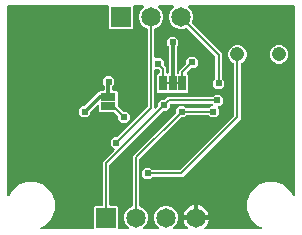
<source format=gbr>
G04 EAGLE Gerber RS-274X export*
G75*
%MOMM*%
%FSLAX34Y34*%
%LPD*%
%AMOC8*
5,1,8,0,0,1.08239X$1,22.5*%
G01*
%ADD10R,1.651000X1.651000*%
%ADD11C,1.651000*%
%ADD12R,0.635000X1.270000*%
%ADD13C,0.203200*%
%ADD14R,1.270000X0.635000*%
%ADD15C,1.208000*%
%ADD16C,0.609600*%
%ADD17C,0.304800*%

G36*
X132880Y5212D02*
X132880Y5212D01*
X132910Y5209D01*
X133021Y5232D01*
X133133Y5248D01*
X133160Y5260D01*
X133188Y5265D01*
X133289Y5318D01*
X133392Y5364D01*
X133415Y5383D01*
X133441Y5396D01*
X133523Y5474D01*
X133609Y5547D01*
X133626Y5572D01*
X133647Y5592D01*
X133704Y5690D01*
X133767Y5784D01*
X133776Y5812D01*
X133791Y5837D01*
X133818Y5947D01*
X133853Y6055D01*
X133853Y6085D01*
X133861Y6113D01*
X133857Y6226D01*
X133860Y6339D01*
X133853Y6368D01*
X133852Y6397D01*
X133817Y6505D01*
X133788Y6614D01*
X133773Y6640D01*
X133764Y6668D01*
X133719Y6731D01*
X133643Y6859D01*
X133597Y6902D01*
X133569Y6941D01*
X131194Y9316D01*
X129666Y13004D01*
X129666Y16996D01*
X131194Y20684D01*
X134016Y23506D01*
X137704Y25034D01*
X141696Y25034D01*
X145384Y23506D01*
X148206Y20684D01*
X149734Y16996D01*
X149734Y13004D01*
X148206Y9316D01*
X145831Y6941D01*
X145813Y6917D01*
X145791Y6898D01*
X145728Y6804D01*
X145660Y6714D01*
X145649Y6686D01*
X145633Y6662D01*
X145599Y6554D01*
X145559Y6448D01*
X145556Y6419D01*
X145547Y6391D01*
X145544Y6277D01*
X145535Y6165D01*
X145541Y6136D01*
X145540Y6107D01*
X145569Y5997D01*
X145591Y5886D01*
X145604Y5860D01*
X145612Y5832D01*
X145670Y5734D01*
X145722Y5634D01*
X145742Y5612D01*
X145757Y5587D01*
X145840Y5510D01*
X145918Y5428D01*
X145943Y5413D01*
X145964Y5393D01*
X146065Y5341D01*
X146163Y5284D01*
X146191Y5277D01*
X146218Y5263D01*
X146295Y5250D01*
X146438Y5214D01*
X146501Y5216D01*
X146549Y5208D01*
X157174Y5208D01*
X157203Y5212D01*
X157232Y5209D01*
X157343Y5232D01*
X157455Y5248D01*
X157482Y5260D01*
X157511Y5265D01*
X157611Y5318D01*
X157715Y5364D01*
X157737Y5383D01*
X157763Y5396D01*
X157845Y5474D01*
X157932Y5547D01*
X157948Y5572D01*
X157969Y5592D01*
X158026Y5690D01*
X158089Y5784D01*
X158098Y5812D01*
X158113Y5837D01*
X158141Y5947D01*
X158175Y6055D01*
X158176Y6085D01*
X158183Y6113D01*
X158179Y6226D01*
X158182Y6339D01*
X158175Y6368D01*
X158174Y6397D01*
X158139Y6505D01*
X158111Y6614D01*
X158096Y6640D01*
X158087Y6668D01*
X158041Y6732D01*
X157965Y6859D01*
X157920Y6902D01*
X157892Y6941D01*
X156865Y7967D01*
X155867Y9342D01*
X155095Y10856D01*
X154570Y12472D01*
X154491Y12969D01*
X164084Y12969D01*
X164142Y12977D01*
X164200Y12975D01*
X164282Y12997D01*
X164365Y13009D01*
X164419Y13033D01*
X164475Y13047D01*
X164548Y13090D01*
X164625Y13125D01*
X164669Y13163D01*
X164720Y13193D01*
X164777Y13254D01*
X164842Y13309D01*
X164874Y13357D01*
X164914Y13400D01*
X164953Y13475D01*
X164999Y13545D01*
X165017Y13601D01*
X165044Y13653D01*
X165055Y13721D01*
X165085Y13816D01*
X165088Y13916D01*
X165099Y13984D01*
X165099Y15001D01*
X165101Y15001D01*
X165101Y13984D01*
X165109Y13926D01*
X165108Y13868D01*
X165129Y13786D01*
X165141Y13703D01*
X165165Y13649D01*
X165179Y13593D01*
X165222Y13520D01*
X165257Y13443D01*
X165295Y13398D01*
X165325Y13348D01*
X165386Y13290D01*
X165441Y13226D01*
X165489Y13194D01*
X165532Y13154D01*
X165607Y13115D01*
X165677Y13069D01*
X165733Y13051D01*
X165785Y13024D01*
X165853Y13013D01*
X165948Y12983D01*
X166048Y12980D01*
X166116Y12969D01*
X175709Y12969D01*
X175630Y12472D01*
X175105Y10856D01*
X174333Y9342D01*
X173335Y7967D01*
X172308Y6941D01*
X172291Y6917D01*
X172268Y6898D01*
X172206Y6804D01*
X172137Y6714D01*
X172127Y6686D01*
X172111Y6662D01*
X172077Y6554D01*
X172036Y6448D01*
X172034Y6419D01*
X172025Y6391D01*
X172022Y6277D01*
X172013Y6165D01*
X172018Y6136D01*
X172018Y6107D01*
X172046Y5997D01*
X172069Y5886D01*
X172082Y5860D01*
X172089Y5832D01*
X172147Y5734D01*
X172200Y5634D01*
X172220Y5612D01*
X172235Y5587D01*
X172317Y5510D01*
X172395Y5428D01*
X172421Y5413D01*
X172442Y5393D01*
X172543Y5341D01*
X172641Y5284D01*
X172669Y5277D01*
X172695Y5263D01*
X172773Y5250D01*
X172916Y5214D01*
X172979Y5216D01*
X173026Y5208D01*
X219771Y5208D01*
X219856Y5220D01*
X219942Y5222D01*
X219996Y5240D01*
X220053Y5248D01*
X220131Y5283D01*
X220213Y5309D01*
X220260Y5341D01*
X220312Y5364D01*
X220377Y5419D01*
X220449Y5467D01*
X220485Y5511D01*
X220529Y5547D01*
X220577Y5619D01*
X220632Y5685D01*
X220655Y5737D01*
X220687Y5784D01*
X220712Y5866D01*
X220747Y5945D01*
X220755Y6001D01*
X220772Y6055D01*
X220774Y6141D01*
X220786Y6226D01*
X220778Y6282D01*
X220780Y6339D01*
X220758Y6422D01*
X220746Y6508D01*
X220722Y6559D01*
X220708Y6614D01*
X220664Y6688D01*
X220628Y6767D01*
X220592Y6810D01*
X220563Y6859D01*
X220500Y6918D01*
X220444Y6983D01*
X220402Y7009D01*
X220355Y7053D01*
X220226Y7119D01*
X220160Y7161D01*
X217225Y8376D01*
X211576Y14025D01*
X208519Y21406D01*
X208519Y29394D01*
X211576Y36775D01*
X217225Y42424D01*
X224606Y45481D01*
X232594Y45481D01*
X239975Y42424D01*
X245624Y36775D01*
X246839Y33840D01*
X246883Y33767D01*
X246918Y33688D01*
X246955Y33645D01*
X246984Y33596D01*
X247046Y33537D01*
X247102Y33471D01*
X247149Y33440D01*
X247190Y33400D01*
X247267Y33361D01*
X247338Y33313D01*
X247392Y33296D01*
X247443Y33270D01*
X247527Y33254D01*
X247609Y33228D01*
X247666Y33226D01*
X247722Y33215D01*
X247807Y33223D01*
X247893Y33220D01*
X247948Y33235D01*
X248005Y33240D01*
X248085Y33271D01*
X248168Y33292D01*
X248217Y33321D01*
X248270Y33342D01*
X248339Y33394D01*
X248413Y33437D01*
X248452Y33479D01*
X248497Y33513D01*
X248549Y33582D01*
X248607Y33645D01*
X248633Y33696D01*
X248667Y33741D01*
X248698Y33821D01*
X248737Y33898D01*
X248745Y33947D01*
X248768Y34007D01*
X248779Y34152D01*
X248792Y34229D01*
X248792Y193777D01*
X248784Y193835D01*
X248786Y193893D01*
X248764Y193975D01*
X248752Y194059D01*
X248729Y194112D01*
X248714Y194168D01*
X248671Y194241D01*
X248636Y194318D01*
X248598Y194363D01*
X248569Y194413D01*
X248507Y194471D01*
X248453Y194535D01*
X248404Y194567D01*
X248361Y194607D01*
X248286Y194646D01*
X248216Y194693D01*
X248160Y194710D01*
X248108Y194737D01*
X248040Y194748D01*
X247945Y194778D01*
X247845Y194781D01*
X247777Y194792D01*
X159249Y194792D01*
X159220Y194788D01*
X159190Y194791D01*
X159079Y194768D01*
X158967Y194752D01*
X158940Y194740D01*
X158912Y194735D01*
X158811Y194682D01*
X158708Y194636D01*
X158685Y194617D01*
X158659Y194604D01*
X158577Y194526D01*
X158491Y194453D01*
X158474Y194428D01*
X158453Y194408D01*
X158396Y194310D01*
X158333Y194216D01*
X158324Y194188D01*
X158309Y194163D01*
X158282Y194053D01*
X158247Y193945D01*
X158247Y193915D01*
X158239Y193887D01*
X158243Y193774D01*
X158240Y193661D01*
X158247Y193632D01*
X158248Y193603D01*
X158283Y193495D01*
X158312Y193386D01*
X158327Y193360D01*
X158336Y193332D01*
X158381Y193269D01*
X158457Y193141D01*
X158503Y193098D01*
X158531Y193059D01*
X160906Y190684D01*
X162434Y186996D01*
X162434Y183004D01*
X161497Y180742D01*
X161496Y180740D01*
X161496Y180739D01*
X161461Y180605D01*
X161426Y180467D01*
X161426Y180465D01*
X161425Y180464D01*
X161430Y180323D01*
X161434Y180183D01*
X161434Y180181D01*
X161434Y180179D01*
X161477Y180047D01*
X161521Y179912D01*
X161521Y179910D01*
X161522Y179909D01*
X161530Y179897D01*
X161679Y179676D01*
X161702Y179656D01*
X161717Y179636D01*
X186945Y154408D01*
X186945Y133230D01*
X186957Y133143D01*
X186960Y133056D01*
X186977Y133003D01*
X186985Y132948D01*
X187020Y132869D01*
X187047Y132785D01*
X187075Y132746D01*
X187101Y132689D01*
X187197Y132576D01*
X187242Y132512D01*
X188977Y130777D01*
X188977Y126779D01*
X186149Y123951D01*
X182151Y123951D01*
X179323Y126779D01*
X179323Y130777D01*
X181058Y132512D01*
X181110Y132582D01*
X181170Y132646D01*
X181196Y132695D01*
X181229Y132739D01*
X181260Y132821D01*
X181300Y132899D01*
X181308Y132946D01*
X181330Y133005D01*
X181342Y133152D01*
X181355Y133230D01*
X181355Y151672D01*
X181343Y151758D01*
X181340Y151846D01*
X181323Y151899D01*
X181315Y151953D01*
X181280Y152033D01*
X181253Y152116D01*
X181225Y152156D01*
X181199Y152213D01*
X181103Y152326D01*
X181058Y152390D01*
X157764Y175683D01*
X157763Y175684D01*
X157762Y175685D01*
X157649Y175770D01*
X157537Y175854D01*
X157536Y175855D01*
X157534Y175856D01*
X157403Y175905D01*
X157272Y175955D01*
X157270Y175955D01*
X157269Y175956D01*
X157124Y175968D01*
X156988Y175979D01*
X156987Y175979D01*
X156985Y175979D01*
X156970Y175975D01*
X156710Y175923D01*
X156682Y175909D01*
X156658Y175903D01*
X154396Y174966D01*
X150404Y174966D01*
X146716Y176494D01*
X143894Y179316D01*
X142366Y183004D01*
X142366Y186996D01*
X143894Y190684D01*
X146269Y193059D01*
X146287Y193083D01*
X146309Y193102D01*
X146372Y193196D01*
X146440Y193286D01*
X146451Y193314D01*
X146467Y193338D01*
X146501Y193446D01*
X146541Y193552D01*
X146544Y193581D01*
X146553Y193609D01*
X146556Y193723D01*
X146565Y193835D01*
X146559Y193864D01*
X146560Y193893D01*
X146531Y194003D01*
X146509Y194114D01*
X146496Y194140D01*
X146488Y194168D01*
X146430Y194266D01*
X146378Y194366D01*
X146358Y194388D01*
X146343Y194413D01*
X146260Y194490D01*
X146182Y194572D01*
X146157Y194587D01*
X146136Y194607D01*
X146035Y194659D01*
X145937Y194716D01*
X145909Y194723D01*
X145882Y194737D01*
X145805Y194750D01*
X145662Y194786D01*
X145599Y194784D01*
X145551Y194792D01*
X133849Y194792D01*
X133820Y194788D01*
X133790Y194791D01*
X133679Y194768D01*
X133567Y194752D01*
X133540Y194740D01*
X133512Y194735D01*
X133411Y194682D01*
X133308Y194636D01*
X133285Y194617D01*
X133259Y194604D01*
X133177Y194526D01*
X133091Y194453D01*
X133074Y194428D01*
X133053Y194408D01*
X132996Y194310D01*
X132933Y194216D01*
X132924Y194188D01*
X132909Y194163D01*
X132882Y194053D01*
X132847Y193945D01*
X132847Y193915D01*
X132839Y193887D01*
X132843Y193774D01*
X132840Y193661D01*
X132847Y193632D01*
X132848Y193603D01*
X132883Y193495D01*
X132912Y193386D01*
X132927Y193360D01*
X132936Y193332D01*
X132981Y193269D01*
X133057Y193141D01*
X133103Y193098D01*
X133131Y193059D01*
X135506Y190684D01*
X137034Y186996D01*
X137034Y183004D01*
X135506Y179316D01*
X132684Y176494D01*
X130421Y175557D01*
X130420Y175556D01*
X130419Y175556D01*
X130300Y175485D01*
X130177Y175412D01*
X130176Y175411D01*
X130174Y175410D01*
X130076Y175306D01*
X129981Y175206D01*
X129981Y175204D01*
X129980Y175203D01*
X129914Y175075D01*
X129851Y174953D01*
X129851Y174951D01*
X129850Y174950D01*
X129848Y174935D01*
X129796Y174674D01*
X129799Y174643D01*
X129795Y174619D01*
X129795Y151384D01*
X129802Y151329D01*
X129801Y151287D01*
X129802Y151286D01*
X129801Y151268D01*
X129823Y151186D01*
X129835Y151102D01*
X129858Y151049D01*
X129873Y150993D01*
X129916Y150920D01*
X129951Y150843D01*
X129989Y150798D01*
X130018Y150748D01*
X130080Y150690D01*
X130134Y150626D01*
X130183Y150594D01*
X130226Y150554D01*
X130301Y150515D01*
X130371Y150468D01*
X130427Y150451D01*
X130479Y150424D01*
X130547Y150413D01*
X130642Y150383D01*
X130742Y150380D01*
X130810Y150369D01*
X134841Y150369D01*
X137669Y147541D01*
X137669Y145088D01*
X137681Y145002D01*
X137684Y144914D01*
X137701Y144861D01*
X137709Y144807D01*
X137744Y144727D01*
X137771Y144644D01*
X137799Y144604D01*
X137825Y144547D01*
X137921Y144434D01*
X137966Y144370D01*
X139955Y142382D01*
X139955Y137988D01*
X139963Y137930D01*
X139961Y137872D01*
X139983Y137790D01*
X139995Y137706D01*
X140018Y137653D01*
X140033Y137597D01*
X140076Y137524D01*
X140111Y137447D01*
X140149Y137402D01*
X140178Y137352D01*
X140240Y137294D01*
X140294Y137230D01*
X140343Y137198D01*
X140386Y137158D01*
X140461Y137119D01*
X140531Y137072D01*
X140587Y137055D01*
X140639Y137028D01*
X140707Y137017D01*
X140802Y136987D01*
X140902Y136984D01*
X140970Y136973D01*
X141028Y136981D01*
X141086Y136979D01*
X141168Y137001D01*
X141252Y137013D01*
X141305Y137036D01*
X141361Y137051D01*
X141434Y137094D01*
X141511Y137129D01*
X141556Y137167D01*
X141606Y137196D01*
X141664Y137258D01*
X141728Y137312D01*
X141760Y137361D01*
X141800Y137404D01*
X141839Y137479D01*
X141886Y137549D01*
X141903Y137605D01*
X141930Y137657D01*
X141941Y137725D01*
X141971Y137820D01*
X141974Y137920D01*
X141985Y137988D01*
X141985Y159632D01*
X141973Y159719D01*
X141970Y159806D01*
X141953Y159859D01*
X141945Y159914D01*
X141910Y159993D01*
X141883Y160077D01*
X141855Y160116D01*
X141829Y160173D01*
X141733Y160286D01*
X141688Y160350D01*
X140461Y161577D01*
X140461Y165575D01*
X143289Y168403D01*
X147287Y168403D01*
X150115Y165575D01*
X150115Y161577D01*
X148888Y160350D01*
X148836Y160280D01*
X148776Y160216D01*
X148750Y160167D01*
X148717Y160123D01*
X148686Y160041D01*
X148646Y159963D01*
X148638Y159916D01*
X148616Y159857D01*
X148604Y159710D01*
X148591Y159632D01*
X148591Y137988D01*
X148599Y137930D01*
X148597Y137872D01*
X148619Y137790D01*
X148631Y137706D01*
X148654Y137653D01*
X148669Y137597D01*
X148712Y137524D01*
X148747Y137447D01*
X148785Y137402D01*
X148814Y137352D01*
X148876Y137294D01*
X148930Y137230D01*
X148979Y137198D01*
X149022Y137158D01*
X149097Y137119D01*
X149167Y137072D01*
X149223Y137055D01*
X149275Y137028D01*
X149343Y137017D01*
X149438Y136987D01*
X149538Y136984D01*
X149606Y136973D01*
X149664Y136981D01*
X149722Y136979D01*
X149804Y137001D01*
X149888Y137013D01*
X149941Y137036D01*
X149997Y137051D01*
X150070Y137094D01*
X150147Y137129D01*
X150192Y137167D01*
X150242Y137196D01*
X150300Y137258D01*
X150364Y137312D01*
X150396Y137361D01*
X150436Y137404D01*
X150475Y137479D01*
X150522Y137549D01*
X150539Y137605D01*
X150566Y137657D01*
X150577Y137725D01*
X150607Y137820D01*
X150610Y137920D01*
X150621Y137988D01*
X150621Y139334D01*
X156674Y145386D01*
X156726Y145456D01*
X156786Y145520D01*
X156812Y145569D01*
X156845Y145613D01*
X156876Y145695D01*
X156916Y145773D01*
X156924Y145821D01*
X156946Y145879D01*
X156958Y146027D01*
X156971Y146104D01*
X156971Y148557D01*
X159799Y151385D01*
X163797Y151385D01*
X166625Y148557D01*
X166625Y144559D01*
X163797Y141731D01*
X161344Y141731D01*
X161258Y141719D01*
X161170Y141716D01*
X161117Y141699D01*
X161063Y141691D01*
X160983Y141656D01*
X160900Y141629D01*
X160860Y141601D01*
X160803Y141575D01*
X160690Y141479D01*
X160626Y141434D01*
X157464Y138272D01*
X157429Y138225D01*
X157387Y138185D01*
X157344Y138112D01*
X157293Y138045D01*
X157273Y137990D01*
X157243Y137940D01*
X157222Y137858D01*
X157192Y137779D01*
X157187Y137721D01*
X157173Y137664D01*
X157176Y137580D01*
X157169Y137496D01*
X157180Y137439D01*
X157182Y137380D01*
X157208Y137300D01*
X157225Y137217D01*
X157251Y137165D01*
X157269Y137110D01*
X157310Y137053D01*
X157356Y136965D01*
X157424Y136892D01*
X157464Y136836D01*
X158370Y135931D01*
X158370Y121757D01*
X157328Y120715D01*
X133248Y120715D01*
X132206Y121757D01*
X132206Y135931D01*
X133248Y136973D01*
X133350Y136973D01*
X133408Y136981D01*
X133466Y136979D01*
X133548Y137001D01*
X133632Y137013D01*
X133685Y137036D01*
X133741Y137051D01*
X133814Y137094D01*
X133891Y137129D01*
X133936Y137167D01*
X133986Y137196D01*
X134044Y137258D01*
X134108Y137312D01*
X134140Y137361D01*
X134180Y137404D01*
X134219Y137479D01*
X134266Y137549D01*
X134283Y137605D01*
X134310Y137657D01*
X134321Y137725D01*
X134351Y137820D01*
X134354Y137920D01*
X134365Y137988D01*
X134365Y139646D01*
X134353Y139732D01*
X134350Y139820D01*
X134333Y139873D01*
X134325Y139927D01*
X134290Y140007D01*
X134263Y140090D01*
X134235Y140130D01*
X134209Y140187D01*
X134113Y140300D01*
X134068Y140364D01*
X134014Y140418D01*
X133944Y140470D01*
X133880Y140530D01*
X133831Y140556D01*
X133787Y140589D01*
X133705Y140620D01*
X133627Y140660D01*
X133579Y140668D01*
X133521Y140690D01*
X133373Y140702D01*
X133296Y140715D01*
X130810Y140715D01*
X130752Y140707D01*
X130694Y140709D01*
X130612Y140687D01*
X130528Y140675D01*
X130475Y140652D01*
X130419Y140637D01*
X130346Y140594D01*
X130269Y140559D01*
X130224Y140521D01*
X130174Y140492D01*
X130116Y140430D01*
X130052Y140376D01*
X130020Y140327D01*
X129980Y140284D01*
X129941Y140209D01*
X129894Y140139D01*
X129877Y140083D01*
X129850Y140031D01*
X129839Y139963D01*
X129809Y139868D01*
X129806Y139768D01*
X129795Y139700D01*
X129795Y108434D01*
X129799Y108405D01*
X129796Y108376D01*
X129819Y108265D01*
X129835Y108153D01*
X129847Y108126D01*
X129852Y108097D01*
X129905Y107996D01*
X129951Y107893D01*
X129970Y107871D01*
X129983Y107845D01*
X130061Y107763D01*
X130134Y107676D01*
X130159Y107660D01*
X130179Y107639D01*
X130277Y107582D01*
X130371Y107519D01*
X130399Y107510D01*
X130424Y107495D01*
X130534Y107467D01*
X130642Y107433D01*
X130672Y107432D01*
X130700Y107425D01*
X130813Y107428D01*
X130926Y107426D01*
X130955Y107433D01*
X130984Y107434D01*
X131092Y107469D01*
X131201Y107497D01*
X131227Y107512D01*
X131255Y107521D01*
X131319Y107567D01*
X131446Y107643D01*
X131489Y107688D01*
X131528Y107716D01*
X132876Y109064D01*
X132892Y109086D01*
X132912Y109103D01*
X132944Y109151D01*
X132988Y109198D01*
X133014Y109247D01*
X133047Y109291D01*
X133059Y109323D01*
X133070Y109340D01*
X133085Y109386D01*
X133118Y109451D01*
X133126Y109499D01*
X133148Y109557D01*
X133151Y109597D01*
X133156Y109611D01*
X133157Y109666D01*
X133160Y109705D01*
X133173Y109782D01*
X133173Y112235D01*
X136001Y115063D01*
X138454Y115063D01*
X138540Y115075D01*
X138628Y115078D01*
X138681Y115095D01*
X138735Y115103D01*
X138815Y115138D01*
X138898Y115165D01*
X138938Y115193D01*
X138995Y115219D01*
X139108Y115315D01*
X139172Y115360D01*
X141160Y117349D01*
X178809Y117349D01*
X178896Y117361D01*
X178983Y117364D01*
X179036Y117381D01*
X179091Y117389D01*
X179170Y117424D01*
X179254Y117451D01*
X179293Y117479D01*
X179350Y117505D01*
X179463Y117601D01*
X179527Y117646D01*
X181262Y119381D01*
X185260Y119381D01*
X188088Y116553D01*
X188088Y112555D01*
X185260Y109727D01*
X184284Y109727D01*
X184255Y109723D01*
X184225Y109726D01*
X184114Y109703D01*
X184002Y109687D01*
X183976Y109675D01*
X183947Y109670D01*
X183846Y109617D01*
X183743Y109571D01*
X183720Y109552D01*
X183694Y109539D01*
X183612Y109461D01*
X183526Y109388D01*
X183510Y109363D01*
X183488Y109343D01*
X183431Y109245D01*
X183368Y109151D01*
X183359Y109123D01*
X183345Y109098D01*
X183317Y108988D01*
X183282Y108880D01*
X183282Y108850D01*
X183275Y108822D01*
X183278Y108709D01*
X183275Y108596D01*
X183283Y108567D01*
X183284Y108538D01*
X183318Y108430D01*
X183347Y108321D01*
X183362Y108295D01*
X183371Y108267D01*
X183417Y108203D01*
X183492Y108076D01*
X183538Y108033D01*
X183566Y107994D01*
X184659Y106901D01*
X184659Y102903D01*
X181831Y100075D01*
X177833Y100075D01*
X176098Y101810D01*
X176028Y101862D01*
X175964Y101922D01*
X175915Y101948D01*
X175871Y101981D01*
X175789Y102012D01*
X175711Y102052D01*
X175664Y102060D01*
X175605Y102082D01*
X175458Y102094D01*
X175380Y102107D01*
X157360Y102107D01*
X157273Y102095D01*
X157186Y102092D01*
X157133Y102075D01*
X157078Y102067D01*
X156999Y102032D01*
X156915Y102005D01*
X156876Y101977D01*
X156819Y101951D01*
X156706Y101855D01*
X156642Y101810D01*
X154907Y100075D01*
X152454Y100075D01*
X152368Y100063D01*
X152280Y100060D01*
X152227Y100043D01*
X152173Y100035D01*
X152093Y100000D01*
X152010Y99973D01*
X151970Y99945D01*
X151913Y99919D01*
X151800Y99823D01*
X151736Y99778D01*
X117392Y65434D01*
X117340Y65364D01*
X117280Y65300D01*
X117254Y65251D01*
X117221Y65207D01*
X117190Y65125D01*
X117150Y65047D01*
X117142Y64999D01*
X117120Y64941D01*
X117108Y64793D01*
X117095Y64716D01*
X117095Y25381D01*
X117095Y25380D01*
X117095Y25378D01*
X117115Y25237D01*
X117135Y25100D01*
X117135Y25098D01*
X117135Y25097D01*
X117194Y24967D01*
X117251Y24840D01*
X117252Y24839D01*
X117253Y24838D01*
X117344Y24730D01*
X117434Y24623D01*
X117436Y24622D01*
X117437Y24621D01*
X117450Y24613D01*
X117671Y24466D01*
X117700Y24456D01*
X117721Y24443D01*
X119984Y23506D01*
X122806Y20684D01*
X124334Y16996D01*
X124334Y13004D01*
X122806Y9316D01*
X120431Y6941D01*
X120413Y6917D01*
X120391Y6898D01*
X120328Y6804D01*
X120260Y6714D01*
X120249Y6686D01*
X120233Y6662D01*
X120199Y6554D01*
X120159Y6448D01*
X120156Y6419D01*
X120147Y6391D01*
X120144Y6277D01*
X120135Y6165D01*
X120141Y6136D01*
X120140Y6107D01*
X120169Y5997D01*
X120191Y5886D01*
X120204Y5860D01*
X120212Y5832D01*
X120270Y5734D01*
X120322Y5634D01*
X120342Y5612D01*
X120357Y5587D01*
X120440Y5510D01*
X120518Y5428D01*
X120543Y5413D01*
X120564Y5393D01*
X120665Y5341D01*
X120763Y5284D01*
X120791Y5277D01*
X120818Y5263D01*
X120895Y5250D01*
X121038Y5214D01*
X121101Y5216D01*
X121149Y5208D01*
X132851Y5208D01*
X132880Y5212D01*
G37*
G36*
X77909Y5216D02*
X77909Y5216D01*
X77967Y5214D01*
X78049Y5236D01*
X78133Y5248D01*
X78186Y5271D01*
X78242Y5286D01*
X78315Y5329D01*
X78392Y5364D01*
X78437Y5402D01*
X78487Y5431D01*
X78545Y5493D01*
X78609Y5547D01*
X78641Y5596D01*
X78681Y5639D01*
X78720Y5714D01*
X78767Y5784D01*
X78784Y5840D01*
X78811Y5892D01*
X78822Y5960D01*
X78852Y6055D01*
X78855Y6155D01*
X78866Y6223D01*
X78866Y23992D01*
X79908Y25034D01*
X85090Y25034D01*
X85148Y25042D01*
X85206Y25040D01*
X85288Y25062D01*
X85372Y25074D01*
X85425Y25097D01*
X85481Y25112D01*
X85554Y25155D01*
X85631Y25190D01*
X85676Y25228D01*
X85726Y25257D01*
X85784Y25319D01*
X85848Y25373D01*
X85880Y25422D01*
X85920Y25465D01*
X85959Y25540D01*
X86006Y25610D01*
X86023Y25666D01*
X86050Y25718D01*
X86061Y25786D01*
X86091Y25881D01*
X86094Y25981D01*
X86105Y26049D01*
X86105Y62294D01*
X95786Y71974D01*
X95821Y72021D01*
X95863Y72061D01*
X95906Y72134D01*
X95957Y72201D01*
X95978Y72256D01*
X96007Y72307D01*
X96028Y72388D01*
X96058Y72467D01*
X96063Y72525D01*
X96077Y72582D01*
X96075Y72666D01*
X96082Y72750D01*
X96070Y72808D01*
X96068Y72866D01*
X96042Y72946D01*
X96026Y73029D01*
X95999Y73081D01*
X95981Y73137D01*
X95941Y73193D01*
X95895Y73281D01*
X95826Y73354D01*
X95786Y73410D01*
X92709Y76487D01*
X92709Y80485D01*
X95537Y83313D01*
X97990Y83313D01*
X98076Y83325D01*
X98164Y83328D01*
X98217Y83345D01*
X98271Y83353D01*
X98351Y83388D01*
X98434Y83415D01*
X98474Y83443D01*
X98531Y83469D01*
X98644Y83565D01*
X98708Y83610D01*
X123908Y108810D01*
X123960Y108880D01*
X124020Y108944D01*
X124046Y108993D01*
X124079Y109037D01*
X124110Y109119D01*
X124150Y109197D01*
X124158Y109245D01*
X124180Y109303D01*
X124192Y109451D01*
X124205Y109528D01*
X124205Y174619D01*
X124205Y174620D01*
X124205Y174622D01*
X124185Y174762D01*
X124165Y174900D01*
X124165Y174902D01*
X124165Y174903D01*
X124108Y175029D01*
X124049Y175160D01*
X124048Y175161D01*
X124047Y175162D01*
X123956Y175270D01*
X123866Y175377D01*
X123864Y175378D01*
X123863Y175379D01*
X123850Y175387D01*
X123629Y175534D01*
X123600Y175544D01*
X123579Y175557D01*
X121316Y176494D01*
X118494Y179316D01*
X116966Y183004D01*
X116966Y186996D01*
X118494Y190684D01*
X120869Y193059D01*
X120887Y193083D01*
X120909Y193102D01*
X120972Y193196D01*
X121040Y193286D01*
X121051Y193314D01*
X121067Y193338D01*
X121101Y193446D01*
X121141Y193552D01*
X121144Y193581D01*
X121153Y193609D01*
X121156Y193723D01*
X121165Y193835D01*
X121159Y193864D01*
X121160Y193893D01*
X121131Y194003D01*
X121109Y194114D01*
X121096Y194140D01*
X121088Y194168D01*
X121030Y194266D01*
X120978Y194366D01*
X120958Y194388D01*
X120943Y194413D01*
X120860Y194490D01*
X120782Y194572D01*
X120757Y194587D01*
X120736Y194607D01*
X120635Y194659D01*
X120537Y194716D01*
X120509Y194723D01*
X120482Y194737D01*
X120405Y194750D01*
X120262Y194786D01*
X120199Y194784D01*
X120151Y194792D01*
X112649Y194792D01*
X112591Y194784D01*
X112533Y194786D01*
X112451Y194764D01*
X112367Y194752D01*
X112314Y194729D01*
X112258Y194714D01*
X112185Y194671D01*
X112108Y194636D01*
X112063Y194598D01*
X112013Y194569D01*
X111955Y194507D01*
X111891Y194453D01*
X111859Y194404D01*
X111819Y194361D01*
X111780Y194286D01*
X111733Y194216D01*
X111716Y194160D01*
X111689Y194108D01*
X111678Y194040D01*
X111648Y193945D01*
X111645Y193845D01*
X111634Y193777D01*
X111634Y176008D01*
X110592Y174966D01*
X92608Y174966D01*
X91566Y176008D01*
X91566Y193777D01*
X91558Y193835D01*
X91560Y193893D01*
X91538Y193975D01*
X91526Y194059D01*
X91503Y194112D01*
X91488Y194168D01*
X91445Y194241D01*
X91410Y194318D01*
X91372Y194363D01*
X91343Y194413D01*
X91281Y194471D01*
X91227Y194535D01*
X91178Y194567D01*
X91135Y194607D01*
X91060Y194646D01*
X90990Y194693D01*
X90934Y194710D01*
X90882Y194737D01*
X90814Y194748D01*
X90719Y194778D01*
X90619Y194781D01*
X90551Y194792D01*
X6223Y194792D01*
X6165Y194784D01*
X6107Y194786D01*
X6025Y194764D01*
X5941Y194752D01*
X5888Y194729D01*
X5832Y194714D01*
X5759Y194671D01*
X5682Y194636D01*
X5637Y194598D01*
X5587Y194569D01*
X5529Y194507D01*
X5465Y194453D01*
X5433Y194404D01*
X5393Y194361D01*
X5354Y194286D01*
X5307Y194216D01*
X5290Y194160D01*
X5263Y194108D01*
X5252Y194040D01*
X5222Y193945D01*
X5219Y193845D01*
X5208Y193777D01*
X5208Y34229D01*
X5220Y34144D01*
X5222Y34058D01*
X5240Y34004D01*
X5248Y33948D01*
X5283Y33869D01*
X5309Y33787D01*
X5341Y33740D01*
X5364Y33688D01*
X5419Y33623D01*
X5467Y33551D01*
X5511Y33515D01*
X5547Y33471D01*
X5619Y33424D01*
X5685Y33368D01*
X5737Y33345D01*
X5784Y33314D01*
X5866Y33288D01*
X5945Y33253D01*
X6001Y33245D01*
X6055Y33228D01*
X6141Y33226D01*
X6226Y33214D01*
X6282Y33222D01*
X6339Y33220D01*
X6422Y33242D01*
X6507Y33254D01*
X6559Y33278D01*
X6614Y33292D01*
X6688Y33336D01*
X6767Y33372D01*
X6810Y33408D01*
X6859Y33438D01*
X6918Y33500D01*
X6983Y33556D01*
X7009Y33598D01*
X7053Y33645D01*
X7119Y33774D01*
X7161Y33841D01*
X8376Y36775D01*
X14025Y42424D01*
X21406Y45481D01*
X29394Y45481D01*
X36775Y42424D01*
X42424Y36775D01*
X45481Y29394D01*
X45481Y21406D01*
X42424Y14025D01*
X36775Y8376D01*
X33840Y7161D01*
X33767Y7117D01*
X33688Y7082D01*
X33645Y7045D01*
X33596Y7016D01*
X33537Y6954D01*
X33471Y6898D01*
X33440Y6851D01*
X33400Y6810D01*
X33361Y6733D01*
X33313Y6662D01*
X33296Y6608D01*
X33270Y6557D01*
X33254Y6473D01*
X33228Y6391D01*
X33226Y6334D01*
X33215Y6278D01*
X33223Y6193D01*
X33220Y6107D01*
X33235Y6052D01*
X33240Y5995D01*
X33271Y5915D01*
X33292Y5832D01*
X33321Y5783D01*
X33342Y5730D01*
X33394Y5661D01*
X33437Y5587D01*
X33479Y5548D01*
X33513Y5503D01*
X33582Y5451D01*
X33645Y5393D01*
X33696Y5367D01*
X33741Y5333D01*
X33821Y5302D01*
X33898Y5263D01*
X33947Y5255D01*
X34007Y5232D01*
X34152Y5221D01*
X34229Y5208D01*
X77851Y5208D01*
X77909Y5216D01*
G37*
G36*
X107480Y5212D02*
X107480Y5212D01*
X107510Y5209D01*
X107621Y5232D01*
X107733Y5248D01*
X107760Y5260D01*
X107788Y5265D01*
X107889Y5318D01*
X107992Y5364D01*
X108015Y5383D01*
X108041Y5396D01*
X108123Y5474D01*
X108209Y5547D01*
X108226Y5572D01*
X108247Y5592D01*
X108304Y5690D01*
X108367Y5784D01*
X108376Y5812D01*
X108391Y5837D01*
X108418Y5947D01*
X108453Y6055D01*
X108453Y6085D01*
X108461Y6113D01*
X108457Y6226D01*
X108460Y6339D01*
X108453Y6368D01*
X108452Y6397D01*
X108417Y6505D01*
X108388Y6614D01*
X108373Y6640D01*
X108364Y6668D01*
X108319Y6731D01*
X108243Y6859D01*
X108197Y6902D01*
X108169Y6941D01*
X105794Y9316D01*
X104266Y13004D01*
X104266Y16996D01*
X105794Y20684D01*
X108616Y23506D01*
X110879Y24443D01*
X110880Y24444D01*
X110881Y24444D01*
X111002Y24516D01*
X111123Y24588D01*
X111124Y24589D01*
X111126Y24590D01*
X111223Y24694D01*
X111319Y24794D01*
X111319Y24796D01*
X111320Y24797D01*
X111384Y24922D01*
X111449Y25047D01*
X111449Y25049D01*
X111450Y25050D01*
X111452Y25065D01*
X111504Y25326D01*
X111501Y25357D01*
X111505Y25381D01*
X111505Y67452D01*
X147784Y103730D01*
X147836Y103800D01*
X147896Y103864D01*
X147922Y103913D01*
X147955Y103957D01*
X147986Y104039D01*
X148026Y104117D01*
X148034Y104165D01*
X148056Y104223D01*
X148068Y104371D01*
X148081Y104448D01*
X148081Y106901D01*
X150909Y109729D01*
X154907Y109729D01*
X156642Y107994D01*
X156712Y107942D01*
X156776Y107882D01*
X156825Y107856D01*
X156869Y107823D01*
X156951Y107792D01*
X157029Y107752D01*
X157076Y107744D01*
X157135Y107722D01*
X157282Y107710D01*
X157360Y107697D01*
X175380Y107697D01*
X175467Y107709D01*
X175554Y107712D01*
X175607Y107729D01*
X175662Y107737D01*
X175741Y107772D01*
X175825Y107799D01*
X175864Y107827D01*
X175921Y107853D01*
X176034Y107949D01*
X176098Y107994D01*
X177833Y109729D01*
X178809Y109729D01*
X178859Y109736D01*
X178909Y109734D01*
X178999Y109756D01*
X179091Y109769D01*
X179136Y109789D01*
X179185Y109801D01*
X179266Y109847D01*
X179350Y109885D01*
X179388Y109917D01*
X179432Y109942D01*
X179496Y110009D01*
X179567Y110068D01*
X179595Y110110D01*
X179630Y110146D01*
X179673Y110228D01*
X179725Y110305D01*
X179740Y110353D01*
X179763Y110397D01*
X179783Y110488D01*
X179811Y110576D01*
X179812Y110626D01*
X179822Y110675D01*
X179815Y110768D01*
X179818Y110860D01*
X179805Y110909D01*
X179802Y110959D01*
X179769Y111046D01*
X179746Y111135D01*
X179720Y111178D01*
X179703Y111225D01*
X179648Y111300D01*
X179601Y111380D01*
X179564Y111414D01*
X179535Y111454D01*
X179475Y111498D01*
X179393Y111574D01*
X179337Y111603D01*
X179315Y111615D01*
X179263Y111652D01*
X179200Y111673D01*
X179140Y111704D01*
X179077Y111714D01*
X178994Y111742D01*
X178882Y111747D01*
X178809Y111759D01*
X143896Y111759D01*
X143810Y111747D01*
X143722Y111744D01*
X143669Y111727D01*
X143615Y111719D01*
X143535Y111684D01*
X143452Y111657D01*
X143412Y111629D01*
X143355Y111603D01*
X143242Y111507D01*
X143178Y111462D01*
X143124Y111408D01*
X143072Y111338D01*
X143012Y111274D01*
X142986Y111225D01*
X142953Y111181D01*
X142922Y111099D01*
X142882Y111021D01*
X142874Y110973D01*
X142852Y110915D01*
X142840Y110767D01*
X142827Y110690D01*
X142827Y108237D01*
X139999Y105409D01*
X137546Y105409D01*
X137460Y105397D01*
X137372Y105394D01*
X137319Y105377D01*
X137265Y105369D01*
X137185Y105334D01*
X137102Y105307D01*
X137062Y105279D01*
X137005Y105253D01*
X136892Y105157D01*
X136828Y105112D01*
X91992Y60276D01*
X91940Y60206D01*
X91880Y60142D01*
X91854Y60093D01*
X91821Y60049D01*
X91790Y59967D01*
X91750Y59889D01*
X91742Y59841D01*
X91720Y59783D01*
X91708Y59635D01*
X91695Y59558D01*
X91695Y26049D01*
X91703Y25991D01*
X91701Y25933D01*
X91723Y25851D01*
X91735Y25767D01*
X91758Y25714D01*
X91773Y25658D01*
X91816Y25585D01*
X91851Y25508D01*
X91889Y25463D01*
X91918Y25413D01*
X91980Y25355D01*
X92034Y25291D01*
X92083Y25259D01*
X92126Y25219D01*
X92201Y25180D01*
X92271Y25133D01*
X92327Y25116D01*
X92379Y25089D01*
X92447Y25078D01*
X92542Y25048D01*
X92642Y25045D01*
X92710Y25034D01*
X97892Y25034D01*
X98934Y23992D01*
X98934Y6223D01*
X98942Y6165D01*
X98940Y6107D01*
X98962Y6025D01*
X98974Y5941D01*
X98997Y5888D01*
X99012Y5832D01*
X99055Y5759D01*
X99090Y5682D01*
X99128Y5637D01*
X99157Y5587D01*
X99219Y5529D01*
X99273Y5465D01*
X99322Y5433D01*
X99365Y5393D01*
X99440Y5354D01*
X99510Y5307D01*
X99566Y5290D01*
X99618Y5263D01*
X99686Y5252D01*
X99781Y5222D01*
X99881Y5219D01*
X99949Y5208D01*
X107451Y5208D01*
X107480Y5212D01*
G37*
%LPC*%
G36*
X122207Y47751D02*
X122207Y47751D01*
X119379Y50579D01*
X119379Y54577D01*
X122207Y57405D01*
X126205Y57405D01*
X127940Y55670D01*
X128010Y55618D01*
X128074Y55558D01*
X128123Y55532D01*
X128167Y55499D01*
X128249Y55468D01*
X128327Y55428D01*
X128374Y55420D01*
X128433Y55398D01*
X128580Y55386D01*
X128658Y55373D01*
X151076Y55373D01*
X151162Y55385D01*
X151250Y55388D01*
X151303Y55405D01*
X151357Y55413D01*
X151437Y55448D01*
X151520Y55475D01*
X151560Y55503D01*
X151617Y55529D01*
X151730Y55625D01*
X151794Y55670D01*
X197086Y100962D01*
X197096Y100976D01*
X197102Y100981D01*
X197120Y101007D01*
X197138Y101032D01*
X197198Y101096D01*
X197224Y101145D01*
X197257Y101189D01*
X197288Y101271D01*
X197328Y101349D01*
X197336Y101397D01*
X197358Y101455D01*
X197370Y101603D01*
X197383Y101680D01*
X197383Y145432D01*
X197383Y145434D01*
X197383Y145435D01*
X197363Y145575D01*
X197343Y145714D01*
X197343Y145715D01*
X197343Y145717D01*
X197286Y145843D01*
X197227Y145973D01*
X197226Y145974D01*
X197225Y145976D01*
X197134Y146083D01*
X197044Y146190D01*
X197042Y146191D01*
X197041Y146192D01*
X197028Y146201D01*
X196807Y146348D01*
X196778Y146357D01*
X196757Y146370D01*
X195749Y146788D01*
X193550Y148987D01*
X192359Y151861D01*
X192359Y154971D01*
X193550Y157845D01*
X195749Y160044D01*
X198623Y161235D01*
X201733Y161235D01*
X204607Y160044D01*
X206806Y157845D01*
X207997Y154971D01*
X207997Y151861D01*
X206806Y148987D01*
X204607Y146788D01*
X203599Y146370D01*
X203598Y146369D01*
X203597Y146369D01*
X203478Y146299D01*
X203355Y146226D01*
X203354Y146225D01*
X203352Y146224D01*
X203257Y146122D01*
X203159Y146019D01*
X203159Y146018D01*
X203158Y146017D01*
X203095Y145895D01*
X203029Y145766D01*
X203029Y145765D01*
X203028Y145763D01*
X203026Y145749D01*
X202974Y145487D01*
X202977Y145457D01*
X202973Y145432D01*
X202973Y98944D01*
X153812Y49783D01*
X128658Y49783D01*
X128571Y49771D01*
X128484Y49768D01*
X128431Y49751D01*
X128376Y49743D01*
X128297Y49708D01*
X128213Y49681D01*
X128174Y49653D01*
X128117Y49627D01*
X128004Y49531D01*
X127940Y49486D01*
X126205Y47751D01*
X122207Y47751D01*
G37*
%LPD*%
%LPC*%
G36*
X102174Y95282D02*
X102174Y95282D01*
X99346Y98110D01*
X99346Y100563D01*
X99334Y100649D01*
X99331Y100737D01*
X99314Y100790D01*
X99306Y100844D01*
X99271Y100924D01*
X99244Y101007D01*
X99216Y101047D01*
X99190Y101104D01*
X99094Y101217D01*
X99049Y101281D01*
X96041Y104289D01*
X95971Y104341D01*
X95907Y104401D01*
X95858Y104427D01*
X95814Y104460D01*
X95732Y104491D01*
X95654Y104531D01*
X95606Y104539D01*
X95548Y104561D01*
X95400Y104573D01*
X95323Y104586D01*
X83845Y104586D01*
X82803Y105628D01*
X82803Y109717D01*
X82799Y109747D01*
X82802Y109776D01*
X82779Y109887D01*
X82763Y109999D01*
X82751Y110026D01*
X82746Y110054D01*
X82694Y110155D01*
X82647Y110258D01*
X82628Y110281D01*
X82615Y110307D01*
X82537Y110389D01*
X82464Y110475D01*
X82439Y110492D01*
X82419Y110513D01*
X82321Y110570D01*
X82227Y110633D01*
X82199Y110642D01*
X82174Y110657D01*
X82064Y110685D01*
X81956Y110719D01*
X81926Y110720D01*
X81898Y110727D01*
X81785Y110723D01*
X81672Y110726D01*
X81643Y110719D01*
X81614Y110718D01*
X81506Y110683D01*
X81397Y110654D01*
X81371Y110639D01*
X81343Y110630D01*
X81280Y110585D01*
X81152Y110509D01*
X81109Y110463D01*
X81070Y110435D01*
X75990Y105355D01*
X75938Y105285D01*
X75878Y105222D01*
X75852Y105172D01*
X75819Y105128D01*
X75788Y105046D01*
X75748Y104968D01*
X75740Y104921D01*
X75718Y104862D01*
X75706Y104715D01*
X75693Y104637D01*
X75693Y102903D01*
X72865Y100075D01*
X68867Y100075D01*
X66039Y102903D01*
X66039Y106901D01*
X68867Y109729D01*
X70601Y109729D01*
X70688Y109741D01*
X70775Y109744D01*
X70828Y109761D01*
X70883Y109769D01*
X70963Y109804D01*
X71046Y109831D01*
X71085Y109859D01*
X71142Y109885D01*
X71255Y109981D01*
X71319Y110026D01*
X82506Y121213D01*
X82558Y121283D01*
X82618Y121346D01*
X82644Y121396D01*
X82677Y121440D01*
X82685Y121462D01*
X83845Y122622D01*
X86614Y122622D01*
X86672Y122630D01*
X86730Y122628D01*
X86812Y122650D01*
X86896Y122662D01*
X86949Y122685D01*
X87005Y122700D01*
X87078Y122743D01*
X87155Y122778D01*
X87200Y122816D01*
X87250Y122845D01*
X87308Y122907D01*
X87372Y122961D01*
X87404Y123010D01*
X87444Y123053D01*
X87483Y123128D01*
X87530Y123198D01*
X87547Y123254D01*
X87574Y123306D01*
X87585Y123374D01*
X87615Y123469D01*
X87618Y123569D01*
X87629Y123637D01*
X87629Y126104D01*
X87617Y126191D01*
X87614Y126278D01*
X87597Y126331D01*
X87589Y126386D01*
X87554Y126465D01*
X87527Y126549D01*
X87499Y126588D01*
X87473Y126645D01*
X87377Y126758D01*
X87332Y126822D01*
X86160Y127994D01*
X86160Y131992D01*
X88988Y134820D01*
X92986Y134820D01*
X95814Y131992D01*
X95814Y127994D01*
X94532Y126712D01*
X94524Y126701D01*
X94520Y126698D01*
X94511Y126685D01*
X94480Y126642D01*
X94420Y126578D01*
X94394Y126529D01*
X94361Y126485D01*
X94330Y126403D01*
X94290Y126325D01*
X94282Y126278D01*
X94260Y126219D01*
X94248Y126072D01*
X94235Y125994D01*
X94235Y123637D01*
X94243Y123579D01*
X94241Y123521D01*
X94263Y123439D01*
X94275Y123355D01*
X94298Y123302D01*
X94313Y123246D01*
X94356Y123173D01*
X94391Y123096D01*
X94429Y123051D01*
X94458Y123001D01*
X94520Y122943D01*
X94574Y122879D01*
X94623Y122847D01*
X94666Y122807D01*
X94741Y122768D01*
X94811Y122721D01*
X94867Y122704D01*
X94919Y122677D01*
X94987Y122666D01*
X95082Y122636D01*
X95182Y122633D01*
X95250Y122622D01*
X98019Y122622D01*
X99061Y121580D01*
X99061Y109594D01*
X99073Y109508D01*
X99076Y109420D01*
X99093Y109367D01*
X99101Y109313D01*
X99136Y109233D01*
X99163Y109150D01*
X99191Y109110D01*
X99217Y109053D01*
X99313Y108940D01*
X99358Y108876D01*
X103001Y105233D01*
X103071Y105181D01*
X103135Y105121D01*
X103184Y105095D01*
X103228Y105062D01*
X103310Y105031D01*
X103388Y104991D01*
X103436Y104983D01*
X103494Y104961D01*
X103642Y104949D01*
X103719Y104936D01*
X106172Y104936D01*
X109000Y102108D01*
X109000Y98110D01*
X106172Y95282D01*
X102174Y95282D01*
G37*
%LPD*%
%LPC*%
G36*
X233623Y145597D02*
X233623Y145597D01*
X230749Y146788D01*
X228550Y148987D01*
X227359Y151861D01*
X227359Y154971D01*
X228550Y157845D01*
X230749Y160044D01*
X233623Y161235D01*
X236733Y161235D01*
X239607Y160044D01*
X241806Y157845D01*
X242997Y154971D01*
X242997Y151861D01*
X241806Y148987D01*
X239607Y146788D01*
X236733Y145597D01*
X233623Y145597D01*
G37*
%LPD*%
%LPC*%
G36*
X167131Y17031D02*
X167131Y17031D01*
X167131Y25609D01*
X167628Y25530D01*
X169244Y25005D01*
X170758Y24233D01*
X172133Y23234D01*
X173334Y22033D01*
X174333Y20658D01*
X175105Y19144D01*
X175630Y17528D01*
X175709Y17031D01*
X167131Y17031D01*
G37*
%LPD*%
%LPC*%
G36*
X154491Y17031D02*
X154491Y17031D01*
X154570Y17528D01*
X155095Y19144D01*
X155867Y20658D01*
X156866Y22033D01*
X158067Y23234D01*
X159442Y24233D01*
X160956Y25005D01*
X162572Y25530D01*
X163069Y25609D01*
X163069Y17031D01*
X154491Y17031D01*
G37*
%LPD*%
D10*
X88900Y15000D03*
D11*
X114300Y15000D03*
X139700Y15000D03*
X165100Y15000D03*
D10*
X101600Y185000D03*
D11*
X127000Y185000D03*
X152400Y185000D03*
D12*
X153416Y128844D03*
X145288Y128844D03*
X137160Y128844D03*
D13*
X145288Y128844D02*
X153670Y128844D01*
X145288Y128844D02*
X136652Y128844D01*
D14*
X90932Y109540D03*
X90932Y117668D03*
D15*
X200178Y153416D03*
X235178Y153416D03*
D16*
X129540Y92202D03*
X125222Y87376D03*
X129032Y70104D03*
X125476Y62738D03*
X102362Y8636D03*
X127000Y8636D03*
X152146Y8890D03*
X88138Y83312D03*
X14986Y87122D03*
X14986Y102362D03*
X14986Y115062D03*
X192278Y15240D03*
X183388Y15494D03*
X242570Y86106D03*
X180086Y96774D03*
X138000Y110236D03*
D13*
X140501Y112737D01*
X88900Y61136D02*
X88900Y15000D01*
X88900Y61136D02*
X138000Y110236D01*
D16*
X183261Y114554D03*
D13*
X142318Y114554D01*
X140501Y112737D01*
D16*
X152908Y104902D03*
D13*
X114300Y66294D02*
X114300Y15000D01*
X114300Y66294D02*
X152908Y104902D01*
D16*
X179832Y104902D03*
D13*
X152908Y104902D01*
D16*
X132842Y145542D03*
D13*
X137160Y141224D02*
X137160Y128844D01*
X137160Y141224D02*
X132842Y145542D01*
D16*
X161798Y146558D03*
D13*
X153416Y138176D02*
X153416Y128844D01*
X153416Y138176D02*
X161798Y146558D01*
D17*
X145288Y163576D02*
X145288Y128844D01*
D16*
X145288Y163576D03*
D17*
X90932Y129938D02*
X90932Y117668D01*
X90932Y129938D02*
X90987Y129993D01*
D16*
X90987Y129993D03*
X70866Y104902D03*
D17*
X83632Y117668D02*
X90932Y117668D01*
X83632Y117668D02*
X70866Y104902D01*
D16*
X97536Y78486D03*
D13*
X127000Y107950D01*
X127000Y185000D01*
D16*
X184150Y128778D03*
D13*
X184150Y153250D01*
X152400Y185000D01*
D16*
X104173Y100109D03*
D13*
X94742Y109540D02*
X90932Y109540D01*
X94742Y109540D02*
X104173Y100109D01*
X200178Y100102D02*
X200178Y153416D01*
X152654Y52578D02*
X124206Y52578D01*
D16*
X124206Y52578D03*
D13*
X152654Y52578D02*
X200178Y100102D01*
M02*

</source>
